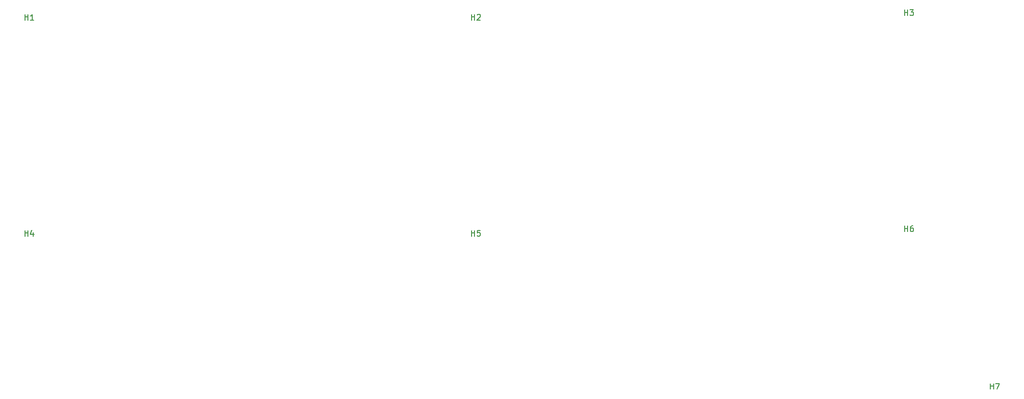
<source format=gbr>
%TF.GenerationSoftware,KiCad,Pcbnew,(5.1.9-0-10_14)*%
%TF.CreationDate,2021-04-19T01:20:52-05:00*%
%TF.ProjectId,wren-left-top,7772656e-2d6c-4656-9674-2d746f702e6b,rev?*%
%TF.SameCoordinates,Original*%
%TF.FileFunction,Legend,Top*%
%TF.FilePolarity,Positive*%
%FSLAX46Y46*%
G04 Gerber Fmt 4.6, Leading zero omitted, Abs format (unit mm)*
G04 Created by KiCad (PCBNEW (5.1.9-0-10_14)) date 2021-04-19 01:20:52*
%MOMM*%
%LPD*%
G01*
G04 APERTURE LIST*
%ADD10C,0.150000*%
G04 APERTURE END LIST*
%TO.C,H7*%
D10*
X225456845Y-108827380D02*
X225456845Y-107827380D01*
X225456845Y-108303571D02*
X226028273Y-108303571D01*
X226028273Y-108827380D02*
X226028273Y-107827380D01*
X226409226Y-107827380D02*
X227075892Y-107827380D01*
X226647321Y-108827380D01*
%TO.C,H6*%
X210375595Y-81046130D02*
X210375595Y-80046130D01*
X210375595Y-80522321D02*
X210947023Y-80522321D01*
X210947023Y-81046130D02*
X210947023Y-80046130D01*
X211851785Y-80046130D02*
X211661309Y-80046130D01*
X211566071Y-80093750D01*
X211518452Y-80141369D01*
X211423214Y-80284226D01*
X211375595Y-80474702D01*
X211375595Y-80855654D01*
X211423214Y-80950892D01*
X211470833Y-80998511D01*
X211566071Y-81046130D01*
X211756547Y-81046130D01*
X211851785Y-80998511D01*
X211899404Y-80950892D01*
X211947023Y-80855654D01*
X211947023Y-80617559D01*
X211899404Y-80522321D01*
X211851785Y-80474702D01*
X211756547Y-80427083D01*
X211566071Y-80427083D01*
X211470833Y-80474702D01*
X211423214Y-80522321D01*
X211375595Y-80617559D01*
%TO.C,H5*%
X134175595Y-81839880D02*
X134175595Y-80839880D01*
X134175595Y-81316071D02*
X134747023Y-81316071D01*
X134747023Y-81839880D02*
X134747023Y-80839880D01*
X135699404Y-80839880D02*
X135223214Y-80839880D01*
X135175595Y-81316071D01*
X135223214Y-81268452D01*
X135318452Y-81220833D01*
X135556547Y-81220833D01*
X135651785Y-81268452D01*
X135699404Y-81316071D01*
X135747023Y-81411309D01*
X135747023Y-81649404D01*
X135699404Y-81744642D01*
X135651785Y-81792261D01*
X135556547Y-81839880D01*
X135318452Y-81839880D01*
X135223214Y-81792261D01*
X135175595Y-81744642D01*
%TO.C,H4*%
X55594345Y-81839880D02*
X55594345Y-80839880D01*
X55594345Y-81316071D02*
X56165773Y-81316071D01*
X56165773Y-81839880D02*
X56165773Y-80839880D01*
X57070535Y-81173214D02*
X57070535Y-81839880D01*
X56832440Y-80792261D02*
X56594345Y-81506547D01*
X57213392Y-81506547D01*
%TO.C,H3*%
X210375595Y-42946130D02*
X210375595Y-41946130D01*
X210375595Y-42422321D02*
X210947023Y-42422321D01*
X210947023Y-42946130D02*
X210947023Y-41946130D01*
X211327976Y-41946130D02*
X211947023Y-41946130D01*
X211613690Y-42327083D01*
X211756547Y-42327083D01*
X211851785Y-42374702D01*
X211899404Y-42422321D01*
X211947023Y-42517559D01*
X211947023Y-42755654D01*
X211899404Y-42850892D01*
X211851785Y-42898511D01*
X211756547Y-42946130D01*
X211470833Y-42946130D01*
X211375595Y-42898511D01*
X211327976Y-42850892D01*
%TO.C,H2*%
X134175595Y-43739880D02*
X134175595Y-42739880D01*
X134175595Y-43216071D02*
X134747023Y-43216071D01*
X134747023Y-43739880D02*
X134747023Y-42739880D01*
X135175595Y-42835119D02*
X135223214Y-42787500D01*
X135318452Y-42739880D01*
X135556547Y-42739880D01*
X135651785Y-42787500D01*
X135699404Y-42835119D01*
X135747023Y-42930357D01*
X135747023Y-43025595D01*
X135699404Y-43168452D01*
X135127976Y-43739880D01*
X135747023Y-43739880D01*
%TO.C,H1*%
X55594345Y-43739880D02*
X55594345Y-42739880D01*
X55594345Y-43216071D02*
X56165773Y-43216071D01*
X56165773Y-43739880D02*
X56165773Y-42739880D01*
X57165773Y-43739880D02*
X56594345Y-43739880D01*
X56880059Y-43739880D02*
X56880059Y-42739880D01*
X56784821Y-42882738D01*
X56689583Y-42977976D01*
X56594345Y-43025595D01*
%TD*%
M02*

</source>
